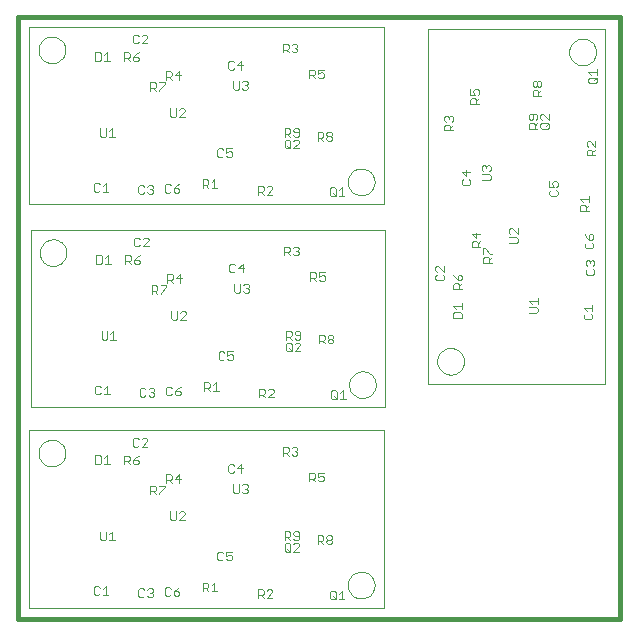
<source format=gto>
G75*
G70*
%OFA0B0*%
%FSLAX24Y24*%
%IPPOS*%
%LPD*%
%AMOC8*
5,1,8,0,0,1.08239X$1,22.5*
%
%ADD10C,0.0010*%
%ADD11C,0.0000*%
%ADD12C,0.0160*%
%ADD13C,0.0030*%
%ADD14C,0.0020*%
D10*
X008300Y009298D02*
X008300Y015204D01*
X020111Y015204D01*
X020111Y009298D01*
X008300Y009298D01*
X008340Y015978D02*
X008340Y021884D01*
X020151Y021884D01*
X020151Y015978D01*
X008340Y015978D01*
X008300Y022738D02*
X008300Y028644D01*
X020111Y028644D01*
X020111Y022738D01*
X008300Y022738D01*
X021584Y028569D02*
X021584Y016758D01*
X027490Y016758D01*
X027490Y028569D01*
X021584Y028569D01*
D11*
X026295Y027818D02*
X026297Y027860D01*
X026303Y027901D01*
X026312Y027942D01*
X026326Y027981D01*
X026343Y028019D01*
X026364Y028055D01*
X026387Y028090D01*
X026414Y028121D01*
X026444Y028151D01*
X026477Y028177D01*
X026512Y028200D01*
X026548Y028220D01*
X026587Y028236D01*
X026627Y028248D01*
X026667Y028257D01*
X026709Y028262D01*
X026750Y028263D01*
X026792Y028260D01*
X026833Y028253D01*
X026874Y028242D01*
X026913Y028228D01*
X026950Y028210D01*
X026986Y028189D01*
X027020Y028164D01*
X027051Y028136D01*
X027079Y028106D01*
X027105Y028073D01*
X027127Y028037D01*
X027146Y028000D01*
X027161Y027961D01*
X027173Y027921D01*
X027181Y027880D01*
X027185Y027839D01*
X027185Y027797D01*
X027181Y027756D01*
X027173Y027715D01*
X027161Y027675D01*
X027146Y027636D01*
X027127Y027599D01*
X027105Y027563D01*
X027079Y027530D01*
X027051Y027500D01*
X027020Y027472D01*
X026986Y027447D01*
X026950Y027426D01*
X026913Y027408D01*
X026874Y027394D01*
X026833Y027383D01*
X026792Y027376D01*
X026750Y027373D01*
X026709Y027374D01*
X026667Y027379D01*
X026627Y027388D01*
X026587Y027400D01*
X026548Y027416D01*
X026512Y027436D01*
X026477Y027459D01*
X026444Y027485D01*
X026414Y027515D01*
X026387Y027546D01*
X026364Y027581D01*
X026343Y027617D01*
X026326Y027655D01*
X026312Y027694D01*
X026303Y027735D01*
X026297Y027776D01*
X026295Y027818D01*
X018915Y023488D02*
X018917Y023530D01*
X018923Y023571D01*
X018932Y023612D01*
X018946Y023651D01*
X018963Y023689D01*
X018984Y023725D01*
X019007Y023760D01*
X019034Y023791D01*
X019064Y023821D01*
X019097Y023847D01*
X019132Y023870D01*
X019168Y023890D01*
X019207Y023906D01*
X019247Y023918D01*
X019287Y023927D01*
X019329Y023932D01*
X019370Y023933D01*
X019412Y023930D01*
X019453Y023923D01*
X019494Y023912D01*
X019533Y023898D01*
X019570Y023880D01*
X019606Y023859D01*
X019640Y023834D01*
X019671Y023806D01*
X019699Y023776D01*
X019725Y023743D01*
X019747Y023707D01*
X019766Y023670D01*
X019781Y023631D01*
X019793Y023591D01*
X019801Y023550D01*
X019805Y023509D01*
X019805Y023467D01*
X019801Y023426D01*
X019793Y023385D01*
X019781Y023345D01*
X019766Y023306D01*
X019747Y023269D01*
X019725Y023233D01*
X019699Y023200D01*
X019671Y023170D01*
X019640Y023142D01*
X019606Y023117D01*
X019570Y023096D01*
X019533Y023078D01*
X019494Y023064D01*
X019453Y023053D01*
X019412Y023046D01*
X019370Y023043D01*
X019329Y023044D01*
X019287Y023049D01*
X019247Y023058D01*
X019207Y023070D01*
X019168Y023086D01*
X019132Y023106D01*
X019097Y023129D01*
X019064Y023155D01*
X019034Y023185D01*
X019007Y023216D01*
X018984Y023251D01*
X018963Y023287D01*
X018946Y023325D01*
X018932Y023364D01*
X018923Y023405D01*
X018917Y023446D01*
X018915Y023488D01*
X021895Y017508D02*
X021897Y017550D01*
X021903Y017591D01*
X021912Y017632D01*
X021926Y017671D01*
X021943Y017709D01*
X021964Y017745D01*
X021987Y017780D01*
X022014Y017811D01*
X022044Y017841D01*
X022077Y017867D01*
X022112Y017890D01*
X022148Y017910D01*
X022187Y017926D01*
X022227Y017938D01*
X022267Y017947D01*
X022309Y017952D01*
X022350Y017953D01*
X022392Y017950D01*
X022433Y017943D01*
X022474Y017932D01*
X022513Y017918D01*
X022550Y017900D01*
X022586Y017879D01*
X022620Y017854D01*
X022651Y017826D01*
X022679Y017796D01*
X022705Y017763D01*
X022727Y017727D01*
X022746Y017690D01*
X022761Y017651D01*
X022773Y017611D01*
X022781Y017570D01*
X022785Y017529D01*
X022785Y017487D01*
X022781Y017446D01*
X022773Y017405D01*
X022761Y017365D01*
X022746Y017326D01*
X022727Y017289D01*
X022705Y017253D01*
X022679Y017220D01*
X022651Y017190D01*
X022620Y017162D01*
X022586Y017137D01*
X022550Y017116D01*
X022513Y017098D01*
X022474Y017084D01*
X022433Y017073D01*
X022392Y017066D01*
X022350Y017063D01*
X022309Y017064D01*
X022267Y017069D01*
X022227Y017078D01*
X022187Y017090D01*
X022148Y017106D01*
X022112Y017126D01*
X022077Y017149D01*
X022044Y017175D01*
X022014Y017205D01*
X021987Y017236D01*
X021964Y017271D01*
X021943Y017307D01*
X021926Y017345D01*
X021912Y017384D01*
X021903Y017425D01*
X021897Y017466D01*
X021895Y017508D01*
X018955Y016728D02*
X018957Y016770D01*
X018963Y016811D01*
X018972Y016852D01*
X018986Y016891D01*
X019003Y016929D01*
X019024Y016965D01*
X019047Y017000D01*
X019074Y017031D01*
X019104Y017061D01*
X019137Y017087D01*
X019172Y017110D01*
X019208Y017130D01*
X019247Y017146D01*
X019287Y017158D01*
X019327Y017167D01*
X019369Y017172D01*
X019410Y017173D01*
X019452Y017170D01*
X019493Y017163D01*
X019534Y017152D01*
X019573Y017138D01*
X019610Y017120D01*
X019646Y017099D01*
X019680Y017074D01*
X019711Y017046D01*
X019739Y017016D01*
X019765Y016983D01*
X019787Y016947D01*
X019806Y016910D01*
X019821Y016871D01*
X019833Y016831D01*
X019841Y016790D01*
X019845Y016749D01*
X019845Y016707D01*
X019841Y016666D01*
X019833Y016625D01*
X019821Y016585D01*
X019806Y016546D01*
X019787Y016509D01*
X019765Y016473D01*
X019739Y016440D01*
X019711Y016410D01*
X019680Y016382D01*
X019646Y016357D01*
X019610Y016336D01*
X019573Y016318D01*
X019534Y016304D01*
X019493Y016293D01*
X019452Y016286D01*
X019410Y016283D01*
X019369Y016284D01*
X019327Y016289D01*
X019287Y016298D01*
X019247Y016310D01*
X019208Y016326D01*
X019172Y016346D01*
X019137Y016369D01*
X019104Y016395D01*
X019074Y016425D01*
X019047Y016456D01*
X019024Y016491D01*
X019003Y016527D01*
X018986Y016565D01*
X018972Y016604D01*
X018963Y016645D01*
X018957Y016686D01*
X018955Y016728D01*
X018915Y010048D02*
X018917Y010090D01*
X018923Y010131D01*
X018932Y010172D01*
X018946Y010211D01*
X018963Y010249D01*
X018984Y010285D01*
X019007Y010320D01*
X019034Y010351D01*
X019064Y010381D01*
X019097Y010407D01*
X019132Y010430D01*
X019168Y010450D01*
X019207Y010466D01*
X019247Y010478D01*
X019287Y010487D01*
X019329Y010492D01*
X019370Y010493D01*
X019412Y010490D01*
X019453Y010483D01*
X019494Y010472D01*
X019533Y010458D01*
X019570Y010440D01*
X019606Y010419D01*
X019640Y010394D01*
X019671Y010366D01*
X019699Y010336D01*
X019725Y010303D01*
X019747Y010267D01*
X019766Y010230D01*
X019781Y010191D01*
X019793Y010151D01*
X019801Y010110D01*
X019805Y010069D01*
X019805Y010027D01*
X019801Y009986D01*
X019793Y009945D01*
X019781Y009905D01*
X019766Y009866D01*
X019747Y009829D01*
X019725Y009793D01*
X019699Y009760D01*
X019671Y009730D01*
X019640Y009702D01*
X019606Y009677D01*
X019570Y009656D01*
X019533Y009638D01*
X019494Y009624D01*
X019453Y009613D01*
X019412Y009606D01*
X019370Y009603D01*
X019329Y009604D01*
X019287Y009609D01*
X019247Y009618D01*
X019207Y009630D01*
X019168Y009646D01*
X019132Y009666D01*
X019097Y009689D01*
X019064Y009715D01*
X019034Y009745D01*
X019007Y009776D01*
X018984Y009811D01*
X018963Y009847D01*
X018946Y009885D01*
X018932Y009924D01*
X018923Y009965D01*
X018917Y010006D01*
X018915Y010048D01*
X008605Y014448D02*
X008607Y014490D01*
X008613Y014531D01*
X008622Y014572D01*
X008636Y014611D01*
X008653Y014649D01*
X008674Y014685D01*
X008697Y014720D01*
X008724Y014751D01*
X008754Y014781D01*
X008787Y014807D01*
X008822Y014830D01*
X008858Y014850D01*
X008897Y014866D01*
X008937Y014878D01*
X008977Y014887D01*
X009019Y014892D01*
X009060Y014893D01*
X009102Y014890D01*
X009143Y014883D01*
X009184Y014872D01*
X009223Y014858D01*
X009260Y014840D01*
X009296Y014819D01*
X009330Y014794D01*
X009361Y014766D01*
X009389Y014736D01*
X009415Y014703D01*
X009437Y014667D01*
X009456Y014630D01*
X009471Y014591D01*
X009483Y014551D01*
X009491Y014510D01*
X009495Y014469D01*
X009495Y014427D01*
X009491Y014386D01*
X009483Y014345D01*
X009471Y014305D01*
X009456Y014266D01*
X009437Y014229D01*
X009415Y014193D01*
X009389Y014160D01*
X009361Y014130D01*
X009330Y014102D01*
X009296Y014077D01*
X009260Y014056D01*
X009223Y014038D01*
X009184Y014024D01*
X009143Y014013D01*
X009102Y014006D01*
X009060Y014003D01*
X009019Y014004D01*
X008977Y014009D01*
X008937Y014018D01*
X008897Y014030D01*
X008858Y014046D01*
X008822Y014066D01*
X008787Y014089D01*
X008754Y014115D01*
X008724Y014145D01*
X008697Y014176D01*
X008674Y014211D01*
X008653Y014247D01*
X008636Y014285D01*
X008622Y014324D01*
X008613Y014365D01*
X008607Y014406D01*
X008605Y014448D01*
X008645Y021128D02*
X008647Y021170D01*
X008653Y021211D01*
X008662Y021252D01*
X008676Y021291D01*
X008693Y021329D01*
X008714Y021365D01*
X008737Y021400D01*
X008764Y021431D01*
X008794Y021461D01*
X008827Y021487D01*
X008862Y021510D01*
X008898Y021530D01*
X008937Y021546D01*
X008977Y021558D01*
X009017Y021567D01*
X009059Y021572D01*
X009100Y021573D01*
X009142Y021570D01*
X009183Y021563D01*
X009224Y021552D01*
X009263Y021538D01*
X009300Y021520D01*
X009336Y021499D01*
X009370Y021474D01*
X009401Y021446D01*
X009429Y021416D01*
X009455Y021383D01*
X009477Y021347D01*
X009496Y021310D01*
X009511Y021271D01*
X009523Y021231D01*
X009531Y021190D01*
X009535Y021149D01*
X009535Y021107D01*
X009531Y021066D01*
X009523Y021025D01*
X009511Y020985D01*
X009496Y020946D01*
X009477Y020909D01*
X009455Y020873D01*
X009429Y020840D01*
X009401Y020810D01*
X009370Y020782D01*
X009336Y020757D01*
X009300Y020736D01*
X009263Y020718D01*
X009224Y020704D01*
X009183Y020693D01*
X009142Y020686D01*
X009100Y020683D01*
X009059Y020684D01*
X009017Y020689D01*
X008977Y020698D01*
X008937Y020710D01*
X008898Y020726D01*
X008862Y020746D01*
X008827Y020769D01*
X008794Y020795D01*
X008764Y020825D01*
X008737Y020856D01*
X008714Y020891D01*
X008693Y020927D01*
X008676Y020965D01*
X008662Y021004D01*
X008653Y021045D01*
X008647Y021086D01*
X008645Y021128D01*
X008605Y027888D02*
X008607Y027930D01*
X008613Y027971D01*
X008622Y028012D01*
X008636Y028051D01*
X008653Y028089D01*
X008674Y028125D01*
X008697Y028160D01*
X008724Y028191D01*
X008754Y028221D01*
X008787Y028247D01*
X008822Y028270D01*
X008858Y028290D01*
X008897Y028306D01*
X008937Y028318D01*
X008977Y028327D01*
X009019Y028332D01*
X009060Y028333D01*
X009102Y028330D01*
X009143Y028323D01*
X009184Y028312D01*
X009223Y028298D01*
X009260Y028280D01*
X009296Y028259D01*
X009330Y028234D01*
X009361Y028206D01*
X009389Y028176D01*
X009415Y028143D01*
X009437Y028107D01*
X009456Y028070D01*
X009471Y028031D01*
X009483Y027991D01*
X009491Y027950D01*
X009495Y027909D01*
X009495Y027867D01*
X009491Y027826D01*
X009483Y027785D01*
X009471Y027745D01*
X009456Y027706D01*
X009437Y027669D01*
X009415Y027633D01*
X009389Y027600D01*
X009361Y027570D01*
X009330Y027542D01*
X009296Y027517D01*
X009260Y027496D01*
X009223Y027478D01*
X009184Y027464D01*
X009143Y027453D01*
X009102Y027446D01*
X009060Y027443D01*
X009019Y027444D01*
X008977Y027449D01*
X008937Y027458D01*
X008897Y027470D01*
X008858Y027486D01*
X008822Y027506D01*
X008787Y027529D01*
X008754Y027555D01*
X008724Y027585D01*
X008697Y027616D01*
X008674Y027651D01*
X008653Y027687D01*
X008636Y027725D01*
X008622Y027764D01*
X008613Y027805D01*
X008607Y027846D01*
X008605Y027888D01*
D12*
X007906Y028983D02*
X007906Y008905D01*
X027985Y008905D01*
X027985Y028983D01*
X007906Y028983D01*
D13*
X010496Y027814D02*
X010496Y027523D01*
X010641Y027523D01*
X010689Y027572D01*
X010689Y027765D01*
X010641Y027814D01*
X010496Y027814D01*
X010790Y027717D02*
X010887Y027814D01*
X010887Y027523D01*
X010790Y027523D02*
X010984Y027523D01*
X011455Y027513D02*
X011455Y027804D01*
X011600Y027804D01*
X011648Y027755D01*
X011648Y027658D01*
X011600Y027610D01*
X011455Y027610D01*
X011552Y027610D02*
X011648Y027513D01*
X011750Y027562D02*
X011798Y027513D01*
X011895Y027513D01*
X011943Y027562D01*
X011943Y027610D01*
X011895Y027658D01*
X011750Y027658D01*
X011750Y027562D01*
X011750Y027658D02*
X011846Y027755D01*
X011943Y027804D01*
X011891Y028103D02*
X011939Y028152D01*
X011891Y028103D02*
X011794Y028103D01*
X011746Y028152D01*
X011746Y028345D01*
X011794Y028394D01*
X011891Y028394D01*
X011939Y028345D01*
X012040Y028345D02*
X012089Y028394D01*
X012185Y028394D01*
X012234Y028345D01*
X012234Y028297D01*
X012040Y028103D01*
X012234Y028103D01*
X012855Y027184D02*
X013000Y027184D01*
X013048Y027135D01*
X013048Y027038D01*
X013000Y026990D01*
X012855Y026990D01*
X012855Y026893D02*
X012855Y027184D01*
X012952Y026990D02*
X013048Y026893D01*
X013150Y027038D02*
X013343Y027038D01*
X013295Y026893D02*
X013295Y027184D01*
X013150Y027038D01*
X012823Y026804D02*
X012823Y026755D01*
X012630Y026562D01*
X012630Y026513D01*
X012528Y026513D02*
X012432Y026610D01*
X012480Y026610D02*
X012335Y026610D01*
X012335Y026513D02*
X012335Y026804D01*
X012480Y026804D01*
X012528Y026755D01*
X012528Y026658D01*
X012480Y026610D01*
X012630Y026804D02*
X012823Y026804D01*
X012995Y025944D02*
X012995Y025702D01*
X013043Y025653D01*
X013140Y025653D01*
X013188Y025702D01*
X013188Y025944D01*
X013290Y025895D02*
X013338Y025944D01*
X013435Y025944D01*
X013483Y025895D01*
X013483Y025847D01*
X013290Y025653D01*
X013483Y025653D01*
X014565Y024555D02*
X014565Y024362D01*
X014613Y024313D01*
X014710Y024313D01*
X014758Y024362D01*
X014860Y024362D02*
X014908Y024313D01*
X015005Y024313D01*
X015053Y024362D01*
X015053Y024458D01*
X015005Y024507D01*
X014956Y024507D01*
X014860Y024458D01*
X014860Y024604D01*
X015053Y024604D01*
X014758Y024555D02*
X014710Y024604D01*
X014613Y024604D01*
X014565Y024555D01*
X014467Y023574D02*
X014467Y023283D01*
X014370Y023283D02*
X014564Y023283D01*
X014370Y023477D02*
X014467Y023574D01*
X014269Y023525D02*
X014269Y023428D01*
X014221Y023380D01*
X014076Y023380D01*
X014172Y023380D02*
X014269Y023283D01*
X014076Y023283D02*
X014076Y023574D01*
X014221Y023574D01*
X014269Y023525D01*
X013303Y023424D02*
X013206Y023375D01*
X013110Y023278D01*
X013255Y023278D01*
X013303Y023230D01*
X013303Y023182D01*
X013255Y023133D01*
X013158Y023133D01*
X013110Y023182D01*
X013110Y023278D01*
X013008Y023182D02*
X012960Y023133D01*
X012863Y023133D01*
X012815Y023182D01*
X012815Y023375D01*
X012863Y023424D01*
X012960Y023424D01*
X013008Y023375D01*
X012423Y023335D02*
X012423Y023287D01*
X012375Y023238D01*
X012423Y023190D01*
X012423Y023142D01*
X012375Y023093D01*
X012278Y023093D01*
X012230Y023142D01*
X012128Y023142D02*
X012080Y023093D01*
X011983Y023093D01*
X011935Y023142D01*
X011935Y023335D01*
X011983Y023384D01*
X012080Y023384D01*
X012128Y023335D01*
X012230Y023335D02*
X012278Y023384D01*
X012375Y023384D01*
X012423Y023335D01*
X012375Y023238D02*
X012326Y023238D01*
X010934Y023163D02*
X010740Y023163D01*
X010837Y023163D02*
X010837Y023454D01*
X010740Y023357D01*
X010639Y023405D02*
X010591Y023454D01*
X010494Y023454D01*
X010446Y023405D01*
X010446Y023212D01*
X010494Y023163D01*
X010591Y023163D01*
X010639Y023212D01*
X010713Y024983D02*
X010810Y024983D01*
X010858Y025032D01*
X010858Y025274D01*
X010960Y025177D02*
X011056Y025274D01*
X011056Y024983D01*
X010960Y024983D02*
X011153Y024983D01*
X010713Y024983D02*
X010665Y025032D01*
X010665Y025274D01*
X011834Y021634D02*
X011786Y021585D01*
X011786Y021392D01*
X011834Y021343D01*
X011931Y021343D01*
X011979Y021392D01*
X012080Y021343D02*
X012274Y021537D01*
X012274Y021585D01*
X012225Y021634D01*
X012129Y021634D01*
X012080Y021585D01*
X011979Y021585D02*
X011931Y021634D01*
X011834Y021634D01*
X012080Y021343D02*
X012274Y021343D01*
X011983Y021044D02*
X011886Y020995D01*
X011790Y020898D01*
X011935Y020898D01*
X011983Y020850D01*
X011983Y020802D01*
X011935Y020753D01*
X011838Y020753D01*
X011790Y020802D01*
X011790Y020898D01*
X011688Y020898D02*
X011640Y020850D01*
X011495Y020850D01*
X011495Y020753D02*
X011495Y021044D01*
X011640Y021044D01*
X011688Y020995D01*
X011688Y020898D01*
X011592Y020850D02*
X011688Y020753D01*
X011024Y020763D02*
X010830Y020763D01*
X010927Y020763D02*
X010927Y021054D01*
X010830Y020957D01*
X010729Y021005D02*
X010729Y020812D01*
X010681Y020763D01*
X010536Y020763D01*
X010536Y021054D01*
X010681Y021054D01*
X010729Y021005D01*
X012375Y020044D02*
X012375Y019753D01*
X012375Y019850D02*
X012520Y019850D01*
X012568Y019898D01*
X012568Y019995D01*
X012520Y020044D01*
X012375Y020044D01*
X012472Y019850D02*
X012568Y019753D01*
X012670Y019753D02*
X012670Y019802D01*
X012863Y019995D01*
X012863Y020044D01*
X012670Y020044D01*
X012895Y020133D02*
X012895Y020424D01*
X013040Y020424D01*
X013088Y020375D01*
X013088Y020278D01*
X013040Y020230D01*
X012895Y020230D01*
X012992Y020230D02*
X013088Y020133D01*
X013190Y020278D02*
X013383Y020278D01*
X013335Y020133D02*
X013335Y020424D01*
X013190Y020278D01*
X013228Y019184D02*
X013228Y018942D01*
X013180Y018893D01*
X013083Y018893D01*
X013035Y018942D01*
X013035Y019184D01*
X013330Y019135D02*
X013378Y019184D01*
X013475Y019184D01*
X013523Y019135D01*
X013523Y019087D01*
X013330Y018893D01*
X013523Y018893D01*
X014605Y017795D02*
X014605Y017602D01*
X014653Y017553D01*
X014750Y017553D01*
X014798Y017602D01*
X014900Y017602D02*
X014948Y017553D01*
X015045Y017553D01*
X015093Y017602D01*
X015093Y017698D01*
X015045Y017747D01*
X014996Y017747D01*
X014900Y017698D01*
X014900Y017844D01*
X015093Y017844D01*
X014798Y017795D02*
X014750Y017844D01*
X014653Y017844D01*
X014605Y017795D01*
X014507Y016814D02*
X014507Y016523D01*
X014410Y016523D02*
X014604Y016523D01*
X014410Y016717D02*
X014507Y016814D01*
X014309Y016765D02*
X014309Y016668D01*
X014261Y016620D01*
X014116Y016620D01*
X014212Y016620D02*
X014309Y016523D01*
X014116Y016523D02*
X014116Y016814D01*
X014261Y016814D01*
X014309Y016765D01*
X013343Y016664D02*
X013246Y016615D01*
X013150Y016518D01*
X013295Y016518D01*
X013343Y016470D01*
X013343Y016422D01*
X013295Y016373D01*
X013198Y016373D01*
X013150Y016422D01*
X013150Y016518D01*
X013048Y016422D02*
X013000Y016373D01*
X012903Y016373D01*
X012855Y016422D01*
X012855Y016615D01*
X012903Y016664D01*
X013000Y016664D01*
X013048Y016615D01*
X012463Y016575D02*
X012463Y016527D01*
X012415Y016478D01*
X012463Y016430D01*
X012463Y016382D01*
X012415Y016333D01*
X012318Y016333D01*
X012270Y016382D01*
X012168Y016382D02*
X012120Y016333D01*
X012023Y016333D01*
X011975Y016382D01*
X011975Y016575D01*
X012023Y016624D01*
X012120Y016624D01*
X012168Y016575D01*
X012270Y016575D02*
X012318Y016624D01*
X012415Y016624D01*
X012463Y016575D01*
X012415Y016478D02*
X012366Y016478D01*
X010974Y016403D02*
X010780Y016403D01*
X010877Y016403D02*
X010877Y016694D01*
X010780Y016597D01*
X010679Y016645D02*
X010631Y016694D01*
X010534Y016694D01*
X010486Y016645D01*
X010486Y016452D01*
X010534Y016403D01*
X010631Y016403D01*
X010679Y016452D01*
X011794Y014954D02*
X011746Y014905D01*
X011746Y014712D01*
X011794Y014663D01*
X011891Y014663D01*
X011939Y014712D01*
X012040Y014663D02*
X012234Y014857D01*
X012234Y014905D01*
X012185Y014954D01*
X012089Y014954D01*
X012040Y014905D01*
X011939Y014905D02*
X011891Y014954D01*
X011794Y014954D01*
X012040Y014663D02*
X012234Y014663D01*
X011943Y014364D02*
X011846Y014315D01*
X011750Y014218D01*
X011895Y014218D01*
X011943Y014170D01*
X011943Y014122D01*
X011895Y014073D01*
X011798Y014073D01*
X011750Y014122D01*
X011750Y014218D01*
X011648Y014218D02*
X011600Y014170D01*
X011455Y014170D01*
X011455Y014073D02*
X011455Y014364D01*
X011600Y014364D01*
X011648Y014315D01*
X011648Y014218D01*
X011552Y014170D02*
X011648Y014073D01*
X010984Y014083D02*
X010790Y014083D01*
X010887Y014083D02*
X010887Y014374D01*
X010790Y014277D01*
X010689Y014325D02*
X010689Y014132D01*
X010641Y014083D01*
X010496Y014083D01*
X010496Y014374D01*
X010641Y014374D01*
X010689Y014325D01*
X012335Y013364D02*
X012335Y013073D01*
X012335Y013170D02*
X012480Y013170D01*
X012528Y013218D01*
X012528Y013315D01*
X012480Y013364D01*
X012335Y013364D01*
X012432Y013170D02*
X012528Y013073D01*
X012630Y013073D02*
X012630Y013122D01*
X012823Y013315D01*
X012823Y013364D01*
X012630Y013364D01*
X012855Y013453D02*
X012855Y013744D01*
X013000Y013744D01*
X013048Y013695D01*
X013048Y013598D01*
X013000Y013550D01*
X012855Y013550D01*
X012952Y013550D02*
X013048Y013453D01*
X013150Y013598D02*
X013343Y013598D01*
X013295Y013453D02*
X013295Y013744D01*
X013150Y013598D01*
X013188Y012504D02*
X013188Y012262D01*
X013140Y012213D01*
X013043Y012213D01*
X012995Y012262D01*
X012995Y012504D01*
X013290Y012455D02*
X013338Y012504D01*
X013435Y012504D01*
X013483Y012455D01*
X013483Y012407D01*
X013290Y012213D01*
X013483Y012213D01*
X014565Y011115D02*
X014565Y010922D01*
X014613Y010873D01*
X014710Y010873D01*
X014758Y010922D01*
X014860Y010922D02*
X014908Y010873D01*
X015005Y010873D01*
X015053Y010922D01*
X015053Y011018D01*
X015005Y011067D01*
X014956Y011067D01*
X014860Y011018D01*
X014860Y011164D01*
X015053Y011164D01*
X014758Y011115D02*
X014710Y011164D01*
X014613Y011164D01*
X014565Y011115D01*
X014467Y010134D02*
X014467Y009843D01*
X014370Y009843D02*
X014564Y009843D01*
X014370Y010037D02*
X014467Y010134D01*
X014269Y010085D02*
X014269Y009988D01*
X014221Y009940D01*
X014076Y009940D01*
X014172Y009940D02*
X014269Y009843D01*
X014076Y009843D02*
X014076Y010134D01*
X014221Y010134D01*
X014269Y010085D01*
X013303Y009984D02*
X013206Y009935D01*
X013110Y009838D01*
X013255Y009838D01*
X013303Y009790D01*
X013303Y009742D01*
X013255Y009693D01*
X013158Y009693D01*
X013110Y009742D01*
X013110Y009838D01*
X013008Y009742D02*
X012960Y009693D01*
X012863Y009693D01*
X012815Y009742D01*
X012815Y009935D01*
X012863Y009984D01*
X012960Y009984D01*
X013008Y009935D01*
X012423Y009895D02*
X012423Y009847D01*
X012375Y009798D01*
X012423Y009750D01*
X012423Y009702D01*
X012375Y009653D01*
X012278Y009653D01*
X012230Y009702D01*
X012128Y009702D02*
X012080Y009653D01*
X011983Y009653D01*
X011935Y009702D01*
X011935Y009895D01*
X011983Y009944D01*
X012080Y009944D01*
X012128Y009895D01*
X012230Y009895D02*
X012278Y009944D01*
X012375Y009944D01*
X012423Y009895D01*
X012375Y009798D02*
X012326Y009798D01*
X010934Y009723D02*
X010740Y009723D01*
X010837Y009723D02*
X010837Y010014D01*
X010740Y009917D01*
X010639Y009965D02*
X010591Y010014D01*
X010494Y010014D01*
X010446Y009965D01*
X010446Y009772D01*
X010494Y009723D01*
X010591Y009723D01*
X010639Y009772D01*
X010713Y011543D02*
X010810Y011543D01*
X010858Y011592D01*
X010858Y011834D01*
X010960Y011737D02*
X011056Y011834D01*
X011056Y011543D01*
X010960Y011543D02*
X011153Y011543D01*
X010713Y011543D02*
X010665Y011592D01*
X010665Y011834D01*
X014926Y013842D02*
X014974Y013793D01*
X015071Y013793D01*
X015119Y013842D01*
X015220Y013938D02*
X015414Y013938D01*
X015365Y013793D02*
X015365Y014084D01*
X015220Y013938D01*
X015119Y014035D02*
X015071Y014084D01*
X014974Y014084D01*
X014926Y014035D01*
X014926Y013842D01*
X016746Y014363D02*
X016746Y014654D01*
X016891Y014654D01*
X016939Y014605D01*
X016939Y014508D01*
X016891Y014460D01*
X016746Y014460D01*
X016842Y014460D02*
X016939Y014363D01*
X017040Y014412D02*
X017089Y014363D01*
X017185Y014363D01*
X017234Y014412D01*
X017234Y014460D01*
X017185Y014508D01*
X017137Y014508D01*
X017185Y014508D02*
X017234Y014557D01*
X017234Y014605D01*
X017185Y014654D01*
X017089Y014654D01*
X017040Y014605D01*
X017626Y013794D02*
X017771Y013794D01*
X017819Y013745D01*
X017819Y013648D01*
X017771Y013600D01*
X017626Y013600D01*
X017722Y013600D02*
X017819Y013503D01*
X017920Y013552D02*
X017969Y013503D01*
X018065Y013503D01*
X018114Y013552D01*
X018114Y013648D01*
X018065Y013697D01*
X018017Y013697D01*
X017920Y013648D01*
X017920Y013794D01*
X018114Y013794D01*
X017626Y013794D02*
X017626Y013503D01*
X017245Y011844D02*
X017148Y011844D01*
X017100Y011795D01*
X017100Y011747D01*
X017148Y011698D01*
X017293Y011698D01*
X017293Y011602D02*
X017293Y011795D01*
X017245Y011844D01*
X017293Y011602D02*
X017245Y011553D01*
X017148Y011553D01*
X017100Y011602D01*
X016998Y011553D02*
X016902Y011650D01*
X016950Y011650D02*
X016805Y011650D01*
X016805Y011553D02*
X016805Y011844D01*
X016950Y011844D01*
X016998Y011795D01*
X016998Y011698D01*
X016950Y011650D01*
X016950Y011454D02*
X016998Y011405D01*
X016998Y011212D01*
X016950Y011163D01*
X016853Y011163D01*
X016805Y011212D01*
X016805Y011405D01*
X016853Y011454D01*
X016950Y011454D01*
X017100Y011405D02*
X017148Y011454D01*
X017245Y011454D01*
X017293Y011405D01*
X017293Y011357D01*
X017100Y011163D01*
X017293Y011163D01*
X016998Y011163D02*
X016902Y011260D01*
X017905Y011423D02*
X017905Y011714D01*
X018050Y011714D01*
X018098Y011665D01*
X018098Y011568D01*
X018050Y011520D01*
X017905Y011520D01*
X018002Y011520D02*
X018098Y011423D01*
X018200Y011472D02*
X018200Y011520D01*
X018248Y011568D01*
X018345Y011568D01*
X018393Y011520D01*
X018393Y011472D01*
X018345Y011423D01*
X018248Y011423D01*
X018200Y011472D01*
X018248Y011568D02*
X018200Y011617D01*
X018200Y011665D01*
X018248Y011714D01*
X018345Y011714D01*
X018393Y011665D01*
X018393Y011617D01*
X018345Y011568D01*
X018363Y009864D02*
X018460Y009864D01*
X018508Y009815D01*
X018508Y009622D01*
X018460Y009573D01*
X018363Y009573D01*
X018315Y009622D01*
X018315Y009815D01*
X018363Y009864D01*
X018412Y009670D02*
X018508Y009573D01*
X018610Y009573D02*
X018803Y009573D01*
X018706Y009573D02*
X018706Y009864D01*
X018610Y009767D01*
X016403Y009817D02*
X016403Y009865D01*
X016355Y009914D01*
X016258Y009914D01*
X016210Y009865D01*
X016108Y009865D02*
X016108Y009768D01*
X016060Y009720D01*
X015915Y009720D01*
X015915Y009623D02*
X015915Y009914D01*
X016060Y009914D01*
X016108Y009865D01*
X016012Y009720D02*
X016108Y009623D01*
X016210Y009623D02*
X016403Y009817D01*
X016403Y009623D02*
X016210Y009623D01*
X016250Y016303D02*
X016443Y016497D01*
X016443Y016545D01*
X016395Y016594D01*
X016298Y016594D01*
X016250Y016545D01*
X016148Y016545D02*
X016148Y016448D01*
X016100Y016400D01*
X015955Y016400D01*
X015955Y016303D02*
X015955Y016594D01*
X016100Y016594D01*
X016148Y016545D01*
X016052Y016400D02*
X016148Y016303D01*
X016250Y016303D02*
X016443Y016303D01*
X016893Y017843D02*
X016845Y017892D01*
X016845Y018085D01*
X016893Y018134D01*
X016990Y018134D01*
X017038Y018085D01*
X017038Y017892D01*
X016990Y017843D01*
X016893Y017843D01*
X016942Y017940D02*
X017038Y017843D01*
X017140Y017843D02*
X017333Y018037D01*
X017333Y018085D01*
X017285Y018134D01*
X017188Y018134D01*
X017140Y018085D01*
X017188Y018233D02*
X017140Y018282D01*
X017188Y018233D02*
X017285Y018233D01*
X017333Y018282D01*
X017333Y018475D01*
X017285Y018524D01*
X017188Y018524D01*
X017140Y018475D01*
X017140Y018427D01*
X017188Y018378D01*
X017333Y018378D01*
X017038Y018378D02*
X017038Y018475D01*
X016990Y018524D01*
X016845Y018524D01*
X016845Y018233D01*
X016845Y018330D02*
X016990Y018330D01*
X017038Y018378D01*
X016942Y018330D02*
X017038Y018233D01*
X017140Y017843D02*
X017333Y017843D01*
X017945Y018103D02*
X017945Y018394D01*
X018090Y018394D01*
X018138Y018345D01*
X018138Y018248D01*
X018090Y018200D01*
X017945Y018200D01*
X018042Y018200D02*
X018138Y018103D01*
X018240Y018152D02*
X018288Y018103D01*
X018385Y018103D01*
X018433Y018152D01*
X018433Y018200D01*
X018385Y018248D01*
X018288Y018248D01*
X018240Y018297D01*
X018240Y018345D01*
X018288Y018394D01*
X018385Y018394D01*
X018433Y018345D01*
X018433Y018297D01*
X018385Y018248D01*
X018288Y018248D02*
X018240Y018200D01*
X018240Y018152D01*
X018403Y016544D02*
X018500Y016544D01*
X018548Y016495D01*
X018548Y016302D01*
X018500Y016253D01*
X018403Y016253D01*
X018355Y016302D01*
X018355Y016495D01*
X018403Y016544D01*
X018452Y016350D02*
X018548Y016253D01*
X018650Y016253D02*
X018843Y016253D01*
X018746Y016253D02*
X018746Y016544D01*
X018650Y016447D01*
X018105Y020183D02*
X018009Y020183D01*
X017960Y020232D01*
X017960Y020328D02*
X018057Y020377D01*
X018105Y020377D01*
X018154Y020328D01*
X018154Y020232D01*
X018105Y020183D01*
X017960Y020328D02*
X017960Y020474D01*
X018154Y020474D01*
X017859Y020425D02*
X017859Y020328D01*
X017811Y020280D01*
X017666Y020280D01*
X017762Y020280D02*
X017859Y020183D01*
X017666Y020183D02*
X017666Y020474D01*
X017811Y020474D01*
X017859Y020425D01*
X017225Y021043D02*
X017129Y021043D01*
X017080Y021092D01*
X016979Y021043D02*
X016882Y021140D01*
X016931Y021140D02*
X016786Y021140D01*
X016786Y021043D02*
X016786Y021334D01*
X016931Y021334D01*
X016979Y021285D01*
X016979Y021188D01*
X016931Y021140D01*
X017080Y021285D02*
X017129Y021334D01*
X017225Y021334D01*
X017274Y021285D01*
X017274Y021237D01*
X017225Y021188D01*
X017274Y021140D01*
X017274Y021092D01*
X017225Y021043D01*
X017225Y021188D02*
X017177Y021188D01*
X015454Y020618D02*
X015260Y020618D01*
X015405Y020764D01*
X015405Y020473D01*
X015159Y020522D02*
X015111Y020473D01*
X015014Y020473D01*
X014966Y020522D01*
X014966Y020715D01*
X015014Y020764D01*
X015111Y020764D01*
X015159Y020715D01*
X015915Y023063D02*
X015915Y023354D01*
X016060Y023354D01*
X016108Y023305D01*
X016108Y023208D01*
X016060Y023160D01*
X015915Y023160D01*
X016012Y023160D02*
X016108Y023063D01*
X016210Y023063D02*
X016403Y023257D01*
X016403Y023305D01*
X016355Y023354D01*
X016258Y023354D01*
X016210Y023305D01*
X016210Y023063D02*
X016403Y023063D01*
X016853Y024603D02*
X016805Y024652D01*
X016805Y024845D01*
X016853Y024894D01*
X016950Y024894D01*
X016998Y024845D01*
X016998Y024652D01*
X016950Y024603D01*
X016853Y024603D01*
X016902Y024700D02*
X016998Y024603D01*
X017100Y024603D02*
X017293Y024797D01*
X017293Y024845D01*
X017245Y024894D01*
X017148Y024894D01*
X017100Y024845D01*
X017148Y024993D02*
X017245Y024993D01*
X017293Y025042D01*
X017293Y025235D01*
X017245Y025284D01*
X017148Y025284D01*
X017100Y025235D01*
X017100Y025187D01*
X017148Y025138D01*
X017293Y025138D01*
X017148Y024993D02*
X017100Y025042D01*
X016998Y024993D02*
X016902Y025090D01*
X016950Y025090D02*
X016805Y025090D01*
X016805Y024993D02*
X016805Y025284D01*
X016950Y025284D01*
X016998Y025235D01*
X016998Y025138D01*
X016950Y025090D01*
X017100Y024603D02*
X017293Y024603D01*
X017905Y024863D02*
X017905Y025154D01*
X018050Y025154D01*
X018098Y025105D01*
X018098Y025008D01*
X018050Y024960D01*
X017905Y024960D01*
X018002Y024960D02*
X018098Y024863D01*
X018200Y024912D02*
X018200Y024960D01*
X018248Y025008D01*
X018345Y025008D01*
X018393Y024960D01*
X018393Y024912D01*
X018345Y024863D01*
X018248Y024863D01*
X018200Y024912D01*
X018248Y025008D02*
X018200Y025057D01*
X018200Y025105D01*
X018248Y025154D01*
X018345Y025154D01*
X018393Y025105D01*
X018393Y025057D01*
X018345Y025008D01*
X018363Y023304D02*
X018460Y023304D01*
X018508Y023255D01*
X018508Y023062D01*
X018460Y023013D01*
X018363Y023013D01*
X018315Y023062D01*
X018315Y023255D01*
X018363Y023304D01*
X018412Y023110D02*
X018508Y023013D01*
X018610Y023013D02*
X018803Y023013D01*
X018706Y023013D02*
X018706Y023304D01*
X018610Y023207D01*
X021835Y020644D02*
X021835Y020547D01*
X021883Y020499D01*
X021883Y020397D02*
X021835Y020349D01*
X021835Y020252D01*
X021883Y020204D01*
X022077Y020204D01*
X022125Y020252D01*
X022125Y020349D01*
X022077Y020397D01*
X022125Y020499D02*
X021932Y020692D01*
X021883Y020692D01*
X021835Y020644D01*
X022125Y020692D02*
X022125Y020499D01*
X022425Y020401D02*
X022473Y020305D01*
X022570Y020208D01*
X022570Y020353D01*
X022618Y020401D01*
X022667Y020401D01*
X022715Y020353D01*
X022715Y020256D01*
X022667Y020208D01*
X022570Y020208D01*
X022570Y020107D02*
X022618Y020058D01*
X022618Y019913D01*
X022715Y019913D02*
X022425Y019913D01*
X022425Y020058D01*
X022473Y020107D01*
X022570Y020107D01*
X022618Y020010D02*
X022715Y020107D01*
X022705Y019442D02*
X022705Y019249D01*
X022705Y019345D02*
X022415Y019345D01*
X022512Y019249D01*
X022463Y019147D02*
X022415Y019099D01*
X022415Y018954D01*
X022705Y018954D01*
X022705Y019099D01*
X022657Y019147D01*
X022463Y019147D01*
X023425Y020793D02*
X023425Y020938D01*
X023473Y020987D01*
X023570Y020987D01*
X023618Y020938D01*
X023618Y020793D01*
X023715Y020793D02*
X023425Y020793D01*
X023618Y020890D02*
X023715Y020987D01*
X023715Y021088D02*
X023667Y021088D01*
X023473Y021281D01*
X023425Y021281D01*
X023425Y021088D01*
X023335Y021313D02*
X023045Y021313D01*
X023045Y021458D01*
X023093Y021507D01*
X023190Y021507D01*
X023238Y021458D01*
X023238Y021313D01*
X023238Y021410D02*
X023335Y021507D01*
X023190Y021608D02*
X023190Y021801D01*
X023335Y021753D02*
X023045Y021753D01*
X023190Y021608D01*
X024285Y021647D02*
X024527Y021647D01*
X024575Y021598D01*
X024575Y021502D01*
X024527Y021453D01*
X024285Y021453D01*
X024333Y021748D02*
X024285Y021796D01*
X024285Y021893D01*
X024333Y021941D01*
X024382Y021941D01*
X024575Y021748D01*
X024575Y021941D01*
X025673Y023023D02*
X025867Y023023D01*
X025915Y023072D01*
X025915Y023168D01*
X025867Y023217D01*
X025867Y023318D02*
X025915Y023366D01*
X025915Y023463D01*
X025867Y023511D01*
X025770Y023511D01*
X025722Y023463D01*
X025722Y023415D01*
X025770Y023318D01*
X025625Y023318D01*
X025625Y023511D01*
X025673Y023217D02*
X025625Y023168D01*
X025625Y023072D01*
X025673Y023023D01*
X026655Y022925D02*
X026945Y022925D01*
X026945Y022829D02*
X026945Y023022D01*
X026752Y022829D02*
X026655Y022925D01*
X026703Y022727D02*
X026800Y022727D01*
X026848Y022679D01*
X026848Y022534D01*
X026848Y022631D02*
X026945Y022727D01*
X026945Y022534D02*
X026655Y022534D01*
X026655Y022679D01*
X026703Y022727D01*
X026805Y021761D02*
X026853Y021665D01*
X026950Y021568D01*
X026950Y021713D01*
X026998Y021761D01*
X027047Y021761D01*
X027095Y021713D01*
X027095Y021616D01*
X027047Y021568D01*
X026950Y021568D01*
X027047Y021467D02*
X027095Y021418D01*
X027095Y021322D01*
X027047Y021273D01*
X026853Y021273D01*
X026805Y021322D01*
X026805Y021418D01*
X026853Y021467D01*
X026893Y020881D02*
X026942Y020881D01*
X026990Y020833D01*
X027038Y020881D01*
X027087Y020881D01*
X027135Y020833D01*
X027135Y020736D01*
X027087Y020688D01*
X027087Y020587D02*
X027135Y020538D01*
X027135Y020442D01*
X027087Y020393D01*
X026893Y020393D01*
X026845Y020442D01*
X026845Y020538D01*
X026893Y020587D01*
X026893Y020688D02*
X026845Y020736D01*
X026845Y020833D01*
X026893Y020881D01*
X026990Y020833D02*
X026990Y020785D01*
X027065Y019392D02*
X027065Y019199D01*
X027065Y019295D02*
X026775Y019295D01*
X026872Y019199D01*
X026823Y019097D02*
X026775Y019049D01*
X026775Y018952D01*
X026823Y018904D01*
X027017Y018904D01*
X027065Y018952D01*
X027065Y019049D01*
X027017Y019097D01*
X025245Y019172D02*
X025245Y019268D01*
X025197Y019317D01*
X024955Y019317D01*
X025052Y019418D02*
X024955Y019515D01*
X025245Y019515D01*
X025245Y019611D02*
X025245Y019418D01*
X025245Y019172D02*
X025197Y019123D01*
X024955Y019123D01*
X022947Y023384D02*
X022753Y023384D01*
X022705Y023432D01*
X022705Y023529D01*
X022753Y023577D01*
X022850Y023679D02*
X022850Y023872D01*
X022995Y023824D02*
X022705Y023824D01*
X022850Y023679D01*
X022947Y023577D02*
X022995Y023529D01*
X022995Y023432D01*
X022947Y023384D01*
X022425Y025204D02*
X022135Y025204D01*
X022135Y025349D01*
X022183Y025397D01*
X022280Y025397D01*
X022328Y025349D01*
X022328Y025204D01*
X022328Y025301D02*
X022425Y025397D01*
X022377Y025499D02*
X022425Y025547D01*
X022425Y025644D01*
X022377Y025692D01*
X022328Y025692D01*
X022280Y025644D01*
X022280Y025595D01*
X022280Y025644D02*
X022232Y025692D01*
X022183Y025692D01*
X022135Y025644D01*
X022135Y025547D01*
X022183Y025499D01*
X022995Y026084D02*
X022995Y026229D01*
X023043Y026277D01*
X023140Y026277D01*
X023188Y026229D01*
X023188Y026084D01*
X023188Y026181D02*
X023285Y026277D01*
X023237Y026379D02*
X023285Y026427D01*
X023285Y026524D01*
X023237Y026572D01*
X023140Y026572D01*
X023092Y026524D01*
X023092Y026475D01*
X023140Y026379D01*
X022995Y026379D01*
X022995Y026572D01*
X022995Y026084D02*
X023285Y026084D01*
X024945Y025703D02*
X024945Y025606D01*
X024993Y025558D01*
X025042Y025558D01*
X025090Y025606D01*
X025090Y025751D01*
X025187Y025751D02*
X024993Y025751D01*
X024945Y025703D01*
X025187Y025751D02*
X025235Y025703D01*
X025235Y025606D01*
X025187Y025558D01*
X025235Y025457D02*
X025138Y025360D01*
X025138Y025408D02*
X025138Y025263D01*
X025235Y025263D02*
X024945Y025263D01*
X024945Y025408D01*
X024993Y025457D01*
X025090Y025457D01*
X025138Y025408D01*
X025335Y025408D02*
X025383Y025457D01*
X025577Y025457D01*
X025625Y025408D01*
X025625Y025312D01*
X025577Y025263D01*
X025383Y025263D01*
X025335Y025312D01*
X025335Y025408D01*
X025383Y025558D02*
X025335Y025606D01*
X025335Y025703D01*
X025383Y025751D01*
X025432Y025751D01*
X025625Y025558D01*
X025625Y025751D01*
X025625Y025457D02*
X025528Y025360D01*
X025365Y026363D02*
X025075Y026363D01*
X025075Y026508D01*
X025123Y026557D01*
X025220Y026557D01*
X025268Y026508D01*
X025268Y026363D01*
X025268Y026460D02*
X025365Y026557D01*
X025317Y026658D02*
X025268Y026658D01*
X025220Y026706D01*
X025220Y026803D01*
X025268Y026851D01*
X025317Y026851D01*
X025365Y026803D01*
X025365Y026706D01*
X025317Y026658D01*
X025220Y026706D02*
X025172Y026658D01*
X025123Y026658D01*
X025075Y026706D01*
X025075Y026803D01*
X025123Y026851D01*
X025172Y026851D01*
X025220Y026803D01*
X026925Y026822D02*
X026973Y026773D01*
X027167Y026773D01*
X027215Y026822D01*
X027215Y026918D01*
X027167Y026967D01*
X026973Y026967D01*
X026925Y026918D01*
X026925Y026822D01*
X027118Y026870D02*
X027215Y026967D01*
X027215Y027068D02*
X027215Y027261D01*
X027215Y027165D02*
X026925Y027165D01*
X027022Y027068D01*
X026972Y024861D02*
X026923Y024861D01*
X026875Y024813D01*
X026875Y024716D01*
X026923Y024668D01*
X026923Y024567D02*
X027020Y024567D01*
X027068Y024518D01*
X027068Y024373D01*
X027165Y024373D02*
X026875Y024373D01*
X026875Y024518D01*
X026923Y024567D01*
X027068Y024470D02*
X027165Y024567D01*
X027165Y024668D02*
X026972Y024861D01*
X027165Y024861D02*
X027165Y024668D01*
X018114Y026992D02*
X018065Y026943D01*
X017969Y026943D01*
X017920Y026992D01*
X017920Y027088D02*
X018017Y027137D01*
X018065Y027137D01*
X018114Y027088D01*
X018114Y026992D01*
X017920Y027088D02*
X017920Y027234D01*
X018114Y027234D01*
X017819Y027185D02*
X017819Y027088D01*
X017771Y027040D01*
X017626Y027040D01*
X017722Y027040D02*
X017819Y026943D01*
X017626Y026943D02*
X017626Y027234D01*
X017771Y027234D01*
X017819Y027185D01*
X017185Y027803D02*
X017089Y027803D01*
X017040Y027852D01*
X016939Y027803D02*
X016842Y027900D01*
X016891Y027900D02*
X016746Y027900D01*
X016746Y027803D02*
X016746Y028094D01*
X016891Y028094D01*
X016939Y028045D01*
X016939Y027948D01*
X016891Y027900D01*
X017040Y028045D02*
X017089Y028094D01*
X017185Y028094D01*
X017234Y028045D01*
X017234Y027997D01*
X017185Y027948D01*
X017234Y027900D01*
X017234Y027852D01*
X017185Y027803D01*
X017185Y027948D02*
X017137Y027948D01*
X015414Y027378D02*
X015220Y027378D01*
X015365Y027524D01*
X015365Y027233D01*
X015119Y027282D02*
X015071Y027233D01*
X014974Y027233D01*
X014926Y027282D01*
X014926Y027475D01*
X014974Y027524D01*
X015071Y027524D01*
X015119Y027475D01*
X011096Y018514D02*
X011096Y018223D01*
X011000Y018223D02*
X011193Y018223D01*
X011000Y018417D02*
X011096Y018514D01*
X010898Y018514D02*
X010898Y018272D01*
X010850Y018223D01*
X010753Y018223D01*
X010705Y018272D01*
X010705Y018514D01*
D14*
X015130Y019848D02*
X015180Y019798D01*
X015280Y019798D01*
X015330Y019848D01*
X015330Y020099D01*
X015425Y020049D02*
X015475Y020099D01*
X015575Y020099D01*
X015625Y020049D01*
X015625Y019998D01*
X015575Y019948D01*
X015625Y019898D01*
X015625Y019848D01*
X015575Y019798D01*
X015475Y019798D01*
X015425Y019848D01*
X015525Y019948D02*
X015575Y019948D01*
X015130Y019848D02*
X015130Y020099D01*
X015140Y026558D02*
X015240Y026558D01*
X015290Y026608D01*
X015290Y026859D01*
X015385Y026809D02*
X015435Y026859D01*
X015535Y026859D01*
X015585Y026809D01*
X015585Y026758D01*
X015535Y026708D01*
X015585Y026658D01*
X015585Y026608D01*
X015535Y026558D01*
X015435Y026558D01*
X015385Y026608D01*
X015485Y026708D02*
X015535Y026708D01*
X015140Y026558D02*
X015090Y026608D01*
X015090Y026859D01*
X023370Y023993D02*
X023420Y024043D01*
X023470Y024043D01*
X023520Y023993D01*
X023570Y024043D01*
X023620Y024043D01*
X023670Y023993D01*
X023670Y023893D01*
X023620Y023843D01*
X023620Y023748D02*
X023370Y023748D01*
X023420Y023843D02*
X023370Y023893D01*
X023370Y023993D01*
X023520Y023993D02*
X023520Y023943D01*
X023620Y023748D02*
X023670Y023698D01*
X023670Y023598D01*
X023620Y023548D01*
X023370Y023548D01*
X015535Y013419D02*
X015585Y013369D01*
X015585Y013318D01*
X015535Y013268D01*
X015585Y013218D01*
X015585Y013168D01*
X015535Y013118D01*
X015435Y013118D01*
X015385Y013168D01*
X015290Y013168D02*
X015290Y013419D01*
X015385Y013369D02*
X015435Y013419D01*
X015535Y013419D01*
X015535Y013268D02*
X015485Y013268D01*
X015290Y013168D02*
X015240Y013118D01*
X015140Y013118D01*
X015090Y013168D01*
X015090Y013419D01*
M02*

</source>
